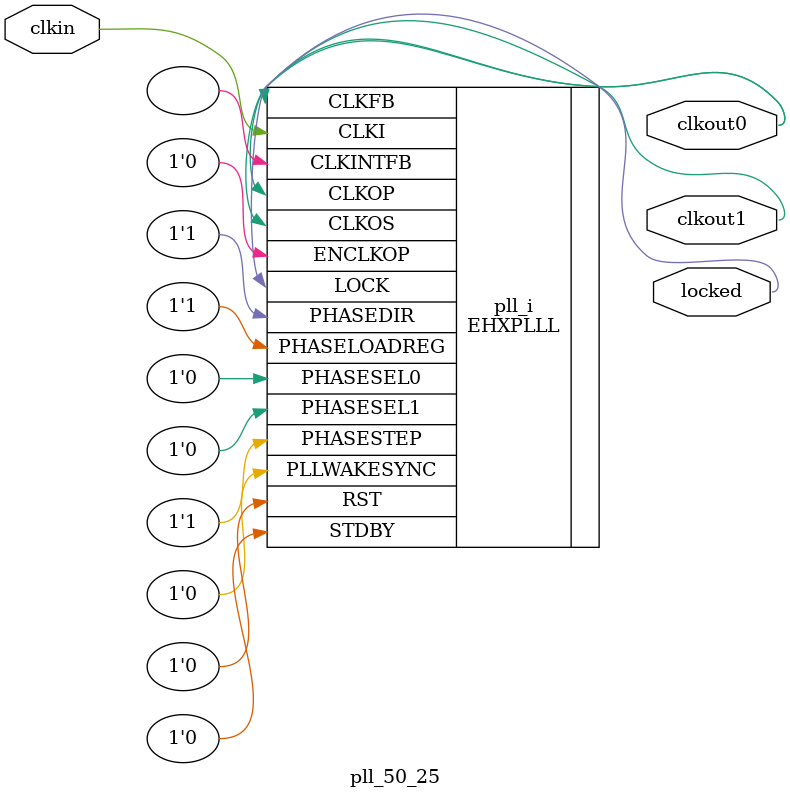
<source format=v>
module pll_50_25
(
    input clkin, // 25 MHz, 0 deg
    output clkout0, // 50 MHz, 0 deg
    output clkout1, // 25 MHz, 0 deg
    output locked
);
(* FREQUENCY_PIN_CLKI="25" *)
(* FREQUENCY_PIN_CLKOP="50" *)
(* FREQUENCY_PIN_CLKOS="25" *)
(* ICP_CURRENT="12" *) (* LPF_RESISTOR="8" *) (* MFG_ENABLE_FILTEROPAMP="1" *) (* MFG_GMCREF_SEL="2" *)
EHXPLLL #(
        .PLLRST_ENA("DISABLED"),
        .INTFB_WAKE("DISABLED"),
        .STDBY_ENABLE("DISABLED"),
        .DPHASE_SOURCE("DISABLED"),
        .OUTDIVIDER_MUXA("DIVA"),
        .OUTDIVIDER_MUXB("DIVB"),
        .OUTDIVIDER_MUXC("DIVC"),
        .OUTDIVIDER_MUXD("DIVD"),
        .CLKI_DIV(1),
        .CLKOP_ENABLE("ENABLED"),
        .CLKOP_DIV(12),
        .CLKOP_CPHASE(5),
        .CLKOP_FPHASE(0),
        .CLKOS_ENABLE("ENABLED"),
        .CLKOS_DIV(24),
        .CLKOS_CPHASE(5),
        .CLKOS_FPHASE(0),
        .FEEDBK_PATH("CLKOP"),
        .CLKFB_DIV(2)
    ) pll_i (
        .RST(1'b0),
        .STDBY(1'b0),
        .CLKI(clkin),
        .CLKOP(clkout0),
        .CLKOS(clkout1),
        .CLKFB(clkout0),
        .CLKINTFB(),
        .PHASESEL0(1'b0),
        .PHASESEL1(1'b0),
        .PHASEDIR(1'b1),
        .PHASESTEP(1'b1),
        .PHASELOADREG(1'b1),
        .PLLWAKESYNC(1'b0),
        .ENCLKOP(1'b0),
        .LOCK(locked)
	);
endmodule

</source>
